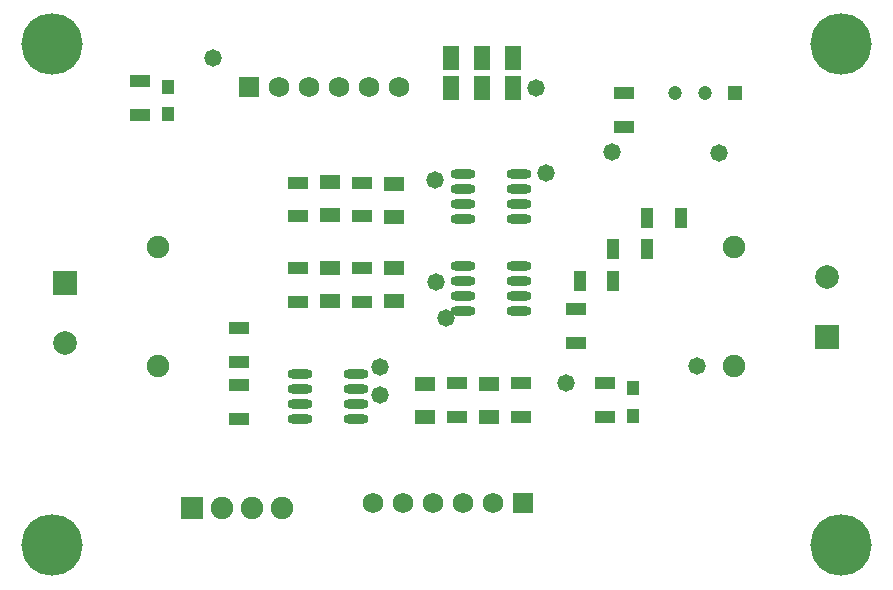
<source format=gts>
G04*
G04 #@! TF.GenerationSoftware,Altium Limited,Altium Designer,19.1.5 (86)*
G04*
G04 Layer_Color=8388736*
%FSLAX25Y25*%
%MOIN*%
G70*
G01*
G75*
%ADD14R,0.04331X0.04921*%
%ADD15R,0.06741X0.04166*%
%ADD17R,0.04166X0.06741*%
%ADD18R,0.07111X0.05136*%
%ADD20R,0.05721X0.08083*%
%ADD21O,0.08280X0.03162*%
%ADD22C,0.20485*%
%ADD23C,0.06902*%
%ADD24R,0.06902X0.06902*%
%ADD25R,0.07493X0.07493*%
%ADD26C,0.07493*%
%ADD27C,0.04724*%
%ADD28R,0.04724X0.04724*%
%ADD29C,0.07887*%
%ADD30R,0.07887X0.07887*%
%ADD31C,0.05800*%
D14*
X207953Y66870D02*
D03*
Y57618D02*
D03*
X52856Y167461D02*
D03*
Y158209D02*
D03*
D15*
X198583Y57453D02*
D03*
Y68689D02*
D03*
X205000Y165185D02*
D03*
Y153949D02*
D03*
X43661Y158004D02*
D03*
Y169240D02*
D03*
X117546Y95799D02*
D03*
Y107035D02*
D03*
X96180D02*
D03*
Y95799D02*
D03*
X188779Y93347D02*
D03*
Y82110D02*
D03*
X76614Y87021D02*
D03*
Y75785D02*
D03*
X149134Y68689D02*
D03*
Y57453D02*
D03*
X170499D02*
D03*
Y68689D02*
D03*
X76614Y67862D02*
D03*
Y56626D02*
D03*
X117546Y135382D02*
D03*
Y124146D02*
D03*
X96180D02*
D03*
Y135382D02*
D03*
D17*
X223775Y123661D02*
D03*
X212538D02*
D03*
X212508Y113164D02*
D03*
X201272D02*
D03*
X201248Y102666D02*
D03*
X190012D02*
D03*
D18*
X106863Y95902D02*
D03*
Y106932D02*
D03*
X128228D02*
D03*
Y95902D02*
D03*
X159817Y68468D02*
D03*
Y57438D02*
D03*
X138386Y57438D02*
D03*
Y68468D02*
D03*
X106863Y135594D02*
D03*
Y124564D02*
D03*
X128228Y123937D02*
D03*
Y134967D02*
D03*
D20*
X147188Y166910D02*
D03*
Y176949D02*
D03*
X157441Y166910D02*
D03*
Y176949D02*
D03*
X167694Y166910D02*
D03*
Y176949D02*
D03*
D21*
X151260Y107736D02*
D03*
Y102736D02*
D03*
Y97736D02*
D03*
Y92736D02*
D03*
X169764Y107736D02*
D03*
Y102736D02*
D03*
Y97736D02*
D03*
Y92736D02*
D03*
X115354Y56595D02*
D03*
Y61594D02*
D03*
Y66594D02*
D03*
Y71595D02*
D03*
X96850Y56595D02*
D03*
Y61594D02*
D03*
Y66594D02*
D03*
Y71595D02*
D03*
X169764Y123445D02*
D03*
Y128445D02*
D03*
Y133445D02*
D03*
Y138445D02*
D03*
X151260Y123445D02*
D03*
Y128445D02*
D03*
Y133445D02*
D03*
Y138445D02*
D03*
D22*
X14173Y181496D02*
D03*
Y14567D02*
D03*
X277165D02*
D03*
Y181496D02*
D03*
D23*
X151221Y28583D02*
D03*
X141220D02*
D03*
X131220D02*
D03*
X121221D02*
D03*
X161221D02*
D03*
X99882Y167362D02*
D03*
X109882D02*
D03*
X119882D02*
D03*
X129882D02*
D03*
X89882D02*
D03*
D24*
X171221Y28583D02*
D03*
X79882Y167362D02*
D03*
D25*
X60709Y27126D02*
D03*
D26*
X70709D02*
D03*
X80709D02*
D03*
X90709D02*
D03*
X241535Y113819D02*
D03*
Y74449D02*
D03*
X49646Y113819D02*
D03*
Y74449D02*
D03*
D27*
X221693Y165177D02*
D03*
X231693D02*
D03*
D28*
X241693D02*
D03*
D29*
X272638Y104134D02*
D03*
X18583Y81929D02*
D03*
D30*
X272638Y84134D02*
D03*
X18583Y101929D02*
D03*
D31*
X142126Y102362D02*
D03*
X229134Y74410D02*
D03*
X236614Y145276D02*
D03*
X141732Y136221D02*
D03*
X178740Y138583D02*
D03*
X67776Y176949D02*
D03*
X185472Y68583D02*
D03*
X200866Y145473D02*
D03*
X123661Y64796D02*
D03*
X145354Y90158D02*
D03*
X123661Y74002D02*
D03*
X175394Y166850D02*
D03*
M02*

</source>
